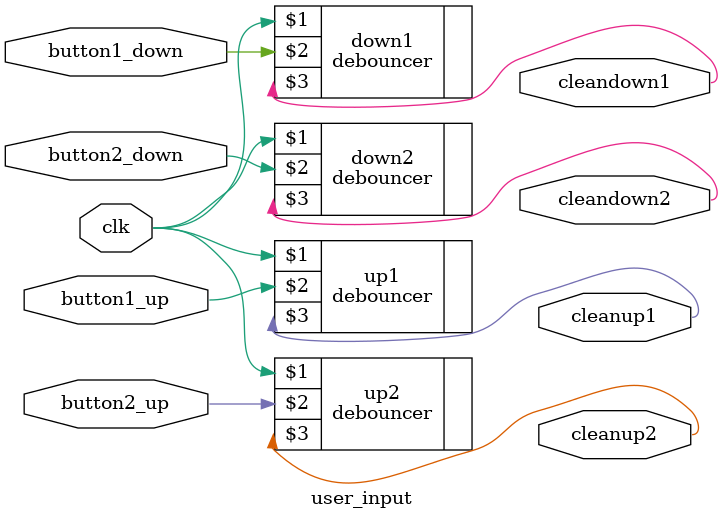
<source format=v>
module user_input(input clk, input button1_down, input button2_down, input button1_up, input button2_up, 
    output cleanup1, output cleanup2, output cleandown1, output cleandown2);
  // cleanup1, cleanup2, etc is global var for other modules, need to instantiate other modules as input that control vel of paddle within this module
  
  // cleaned out output
  debouncer up1(clk, button1_up, cleanup1);
  debouncer down1(clk, button1_down, cleandown1);
  debouncer up2(clk, button2_up, cleanup2);
  debouncer down2(clk, button2_down, cleandown2);
  
endmodule

</source>
